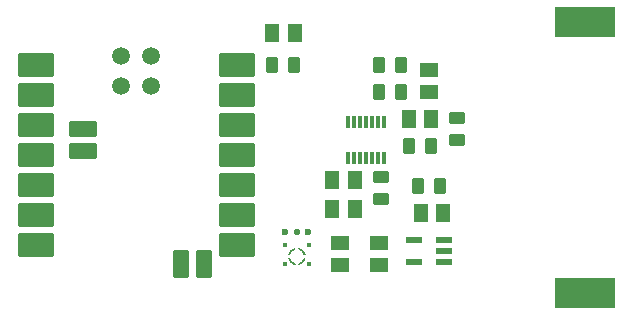
<source format=gbr>
%TF.GenerationSoftware,Altium Limited,Altium Designer,25.3.3 (18)*%
G04 Layer_Color=8421504*
%FSLAX45Y45*%
%MOMM*%
%TF.SameCoordinates,1FB2B9E7-3E12-4CFE-8A3D-C156B5A0EB04*%
%TF.FilePolarity,Positive*%
%TF.FileFunction,Paste,Top*%
%TF.Part,Single*%
G01*
G75*
%TA.AperFunction,SMDPad,CuDef*%
G04:AMPARAMS|DCode=11|XSize=3mm|YSize=2mm|CornerRadius=0.03mm|HoleSize=0mm|Usage=FLASHONLY|Rotation=0.000|XOffset=0mm|YOffset=0mm|HoleType=Round|Shape=RoundedRectangle|*
%AMROUNDEDRECTD11*
21,1,3.00000,1.94000,0,0,0.0*
21,1,2.94000,2.00000,0,0,0.0*
1,1,0.06000,1.47000,-0.97000*
1,1,0.06000,-1.47000,-0.97000*
1,1,0.06000,-1.47000,0.97000*
1,1,0.06000,1.47000,0.97000*
%
%ADD11ROUNDEDRECTD11*%
G04:AMPARAMS|DCode=12|XSize=2.3mm|YSize=1.3mm|CornerRadius=0.026mm|HoleSize=0mm|Usage=FLASHONLY|Rotation=0.000|XOffset=0mm|YOffset=0mm|HoleType=Round|Shape=RoundedRectangle|*
%AMROUNDEDRECTD12*
21,1,2.30000,1.24800,0,0,0.0*
21,1,2.24800,1.30000,0,0,0.0*
1,1,0.05200,1.12400,-0.62400*
1,1,0.05200,-1.12400,-0.62400*
1,1,0.05200,-1.12400,0.62400*
1,1,0.05200,1.12400,0.62400*
%
%ADD12ROUNDEDRECTD12*%
G04:AMPARAMS|DCode=13|XSize=1.3mm|YSize=2.3mm|CornerRadius=0.026mm|HoleSize=0mm|Usage=FLASHONLY|Rotation=0.000|XOffset=0mm|YOffset=0mm|HoleType=Round|Shape=RoundedRectangle|*
%AMROUNDEDRECTD13*
21,1,1.30000,2.24800,0,0,0.0*
21,1,1.24800,2.30000,0,0,0.0*
1,1,0.05200,0.62400,-1.12400*
1,1,0.05200,-0.62400,-1.12400*
1,1,0.05200,-0.62400,1.12400*
1,1,0.05200,0.62400,1.12400*
%
%ADD13ROUNDEDRECTD13*%
%ADD14C,1.50000*%
G04:AMPARAMS|DCode=15|XSize=1mm|YSize=1.42mm|CornerRadius=0.125mm|HoleSize=0mm|Usage=FLASHONLY|Rotation=180.000|XOffset=0mm|YOffset=0mm|HoleType=Round|Shape=RoundedRectangle|*
%AMROUNDEDRECTD15*
21,1,1.00000,1.17000,0,0,180.0*
21,1,0.75000,1.42000,0,0,180.0*
1,1,0.25000,-0.37500,0.58500*
1,1,0.25000,0.37500,0.58500*
1,1,0.25000,0.37500,-0.58500*
1,1,0.25000,-0.37500,-0.58500*
%
%ADD15ROUNDEDRECTD15*%
G04:AMPARAMS|DCode=16|XSize=1mm|YSize=1.42mm|CornerRadius=0.125mm|HoleSize=0mm|Usage=FLASHONLY|Rotation=270.000|XOffset=0mm|YOffset=0mm|HoleType=Round|Shape=RoundedRectangle|*
%AMROUNDEDRECTD16*
21,1,1.00000,1.17000,0,0,270.0*
21,1,0.75000,1.42000,0,0,270.0*
1,1,0.25000,-0.58500,-0.37500*
1,1,0.25000,-0.58500,0.37500*
1,1,0.25000,0.58500,0.37500*
1,1,0.25000,0.58500,-0.37500*
%
%ADD16ROUNDEDRECTD16*%
%ADD17R,1.32080X0.55880*%
%ADD19C,0.60000*%
%ADD22R,1.50000X1.30000*%
%ADD23R,0.30000X1.07500*%
%ADD24R,1.30000X1.50000*%
%ADD26R,5.10000X2.50000*%
%TA.AperFunction,NonConductor*%
%ADD32C,0.20000*%
%TA.AperFunction,SMDPad,CuDef*%
%ADD54C,0.55000*%
%ADD55C,0.41000*%
D11*
X382800Y2235200D02*
D03*
Y1981200D02*
D03*
Y1727200D02*
D03*
Y1473200D02*
D03*
Y1219200D02*
D03*
Y965200D02*
D03*
Y711200D02*
D03*
X2082800D02*
D03*
Y965200D02*
D03*
Y1219200D02*
D03*
Y1473200D02*
D03*
Y1727200D02*
D03*
Y1981200D02*
D03*
Y2235200D02*
D03*
D12*
X782800Y1503200D02*
D03*
Y1693200D02*
D03*
D13*
X1612800Y548200D02*
D03*
X1802800D02*
D03*
D14*
X1105800Y2058200D02*
D03*
Y2312200D02*
D03*
X1359800Y2058200D02*
D03*
Y2312200D02*
D03*
D15*
X3725700Y1549400D02*
D03*
X3538700D02*
D03*
X3284700Y2006600D02*
D03*
X3471700D02*
D03*
X3284700Y2235200D02*
D03*
X3471700D02*
D03*
X2570000D02*
D03*
X2383000D02*
D03*
X3614900Y1206500D02*
D03*
X3801900D02*
D03*
D16*
X3949700Y1782600D02*
D03*
Y1595600D02*
D03*
X3302000Y1287300D02*
D03*
Y1100300D02*
D03*
D17*
X3837940Y566420D02*
D03*
Y660400D02*
D03*
Y754380D02*
D03*
X3578860D02*
D03*
Y566420D02*
D03*
D19*
X2494300Y820800D02*
D03*
X2687300D02*
D03*
D22*
X2959100Y730000D02*
D03*
Y540000D02*
D03*
X3708400Y2190500D02*
D03*
Y2000500D02*
D03*
X3289300Y730000D02*
D03*
Y540000D02*
D03*
D23*
X3025000Y1446400D02*
D03*
X3075000D02*
D03*
X3125000D02*
D03*
X3175000D02*
D03*
X3225000D02*
D03*
X3275000D02*
D03*
X3325000D02*
D03*
Y1754000D02*
D03*
X3275000D02*
D03*
X3225000D02*
D03*
X3175000D02*
D03*
X3125000D02*
D03*
X3075000D02*
D03*
X3025000D02*
D03*
D24*
X2571500Y2501900D02*
D03*
X2381500D02*
D03*
X2889500Y1257300D02*
D03*
X3079500D02*
D03*
Y1016000D02*
D03*
X2889500D02*
D03*
X3537200Y1778000D02*
D03*
X3727200D02*
D03*
X3828800Y977900D02*
D03*
X3638800D02*
D03*
D26*
X5029200Y304800D02*
D03*
Y2594800D02*
D03*
D32*
X2525779Y593378D02*
G03*
X2573378Y545779I65021J17422D01*
G01*
X2655821Y628222D02*
G03*
X2608222Y675821I-65021J-17422D01*
G01*
Y545779D02*
G03*
X2655821Y593378I-17422J65021D01*
G01*
X2573378Y675821D02*
G03*
X2525779Y628222I17422J-65021D01*
G01*
D54*
X2590800Y820800D02*
D03*
D55*
X2489300Y710800D02*
D03*
Y546800D02*
D03*
X2692300D02*
D03*
Y710800D02*
D03*
%TF.MD5,f774435c5798818cc422cea444f30d20*%
M02*

</source>
